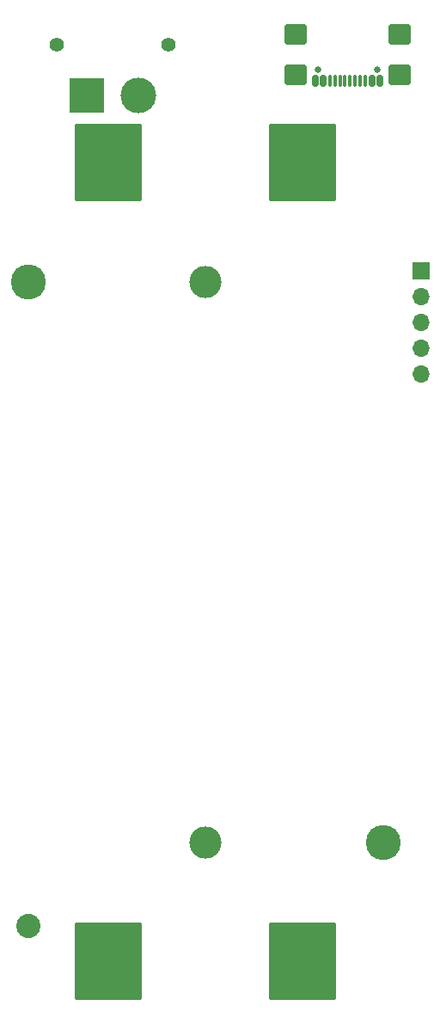
<source format=gbr>
%TF.GenerationSoftware,KiCad,Pcbnew,8.0.3*%
%TF.CreationDate,2024-07-15T22:48:31-04:00*%
%TF.ProjectId,get-a-grip-on-reality,6765742d-612d-4677-9269-702d6f6e2d72,rev?*%
%TF.SameCoordinates,Original*%
%TF.FileFunction,Soldermask,Top*%
%TF.FilePolarity,Negative*%
%FSLAX46Y46*%
G04 Gerber Fmt 4.6, Leading zero omitted, Abs format (unit mm)*
G04 Created by KiCad (PCBNEW 8.0.3) date 2024-07-15 22:48:31*
%MOMM*%
%LPD*%
G01*
G04 APERTURE LIST*
G04 Aperture macros list*
%AMRoundRect*
0 Rectangle with rounded corners*
0 $1 Rounding radius*
0 $2 $3 $4 $5 $6 $7 $8 $9 X,Y pos of 4 corners*
0 Add a 4 corners polygon primitive as box body*
4,1,4,$2,$3,$4,$5,$6,$7,$8,$9,$2,$3,0*
0 Add four circle primitives for the rounded corners*
1,1,$1+$1,$2,$3*
1,1,$1+$1,$4,$5*
1,1,$1+$1,$6,$7*
1,1,$1+$1,$8,$9*
0 Add four rect primitives between the rounded corners*
20,1,$1+$1,$2,$3,$4,$5,0*
20,1,$1+$1,$4,$5,$6,$7,0*
20,1,$1+$1,$6,$7,$8,$9,0*
20,1,$1+$1,$8,$9,$2,$3,0*%
G04 Aperture macros list end*
%ADD10RoundRect,0.102000X-3.175000X3.670000X-3.175000X-3.670000X3.175000X-3.670000X3.175000X3.670000X0*%
%ADD11C,2.390000*%
%ADD12C,3.170000*%
%ADD13C,3.450000*%
%ADD14RoundRect,0.250000X0.840000X0.750000X-0.840000X0.750000X-0.840000X-0.750000X0.840000X-0.750000X0*%
%ADD15RoundRect,0.150000X0.150000X0.425000X-0.150000X0.425000X-0.150000X-0.425000X0.150000X-0.425000X0*%
%ADD16RoundRect,0.075000X0.075000X0.500000X-0.075000X0.500000X-0.075000X-0.500000X0.075000X-0.500000X0*%
%ADD17C,0.650000*%
%ADD18O,1.700000X1.700000*%
%ADD19R,1.700000X1.700000*%
%ADD20C,1.400000*%
%ADD21R,3.500000X3.500000*%
%ADD22C,3.500000*%
G04 APERTURE END LIST*
D10*
%TO.C,BT1*%
X99815000Y-125286200D03*
X118925000Y-46626200D03*
X99815000Y-46626200D03*
X118925000Y-125286200D03*
D11*
X91865000Y-121776200D03*
D12*
X109370000Y-113556200D03*
D13*
X126875000Y-113556200D03*
X91865000Y-58356200D03*
D12*
X109370000Y-58356200D03*
%TD*%
D14*
%TO.C,P2*%
X118238000Y-34036000D03*
X118238000Y-37966000D03*
X128458000Y-34036000D03*
X128458000Y-37966000D03*
D15*
X126548000Y-38541000D03*
X125748000Y-38541000D03*
D16*
X125098000Y-38541000D03*
X124098000Y-38541000D03*
X122598000Y-38541000D03*
X121598000Y-38541000D03*
D15*
X120948000Y-38541000D03*
X120148000Y-38541000D03*
X120148000Y-38541000D03*
X120948000Y-38541000D03*
D16*
X122098000Y-38541000D03*
X123098000Y-38541000D03*
X123598000Y-38541000D03*
X124598000Y-38541000D03*
D15*
X125748000Y-38541000D03*
X126548000Y-38541000D03*
D17*
X120458000Y-37466000D03*
X126238000Y-37466000D03*
%TD*%
D18*
%TO.C,J14*%
X130579174Y-67481100D03*
X130579174Y-64941100D03*
X130579174Y-62401100D03*
X130579174Y-59861100D03*
D19*
X130579174Y-57321100D03*
%TD*%
D20*
%TO.C,J15*%
X94700600Y-34988200D03*
X105700600Y-34988200D03*
D21*
X97700600Y-39988200D03*
D22*
X102700600Y-39988200D03*
%TD*%
M02*

</source>
